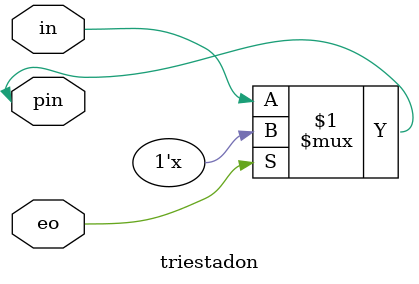
<source format=v>

module triestadon(inout pin,input in,input eo);

bufif0 myBufferN(pin,in,eo);

endmodule

</source>
